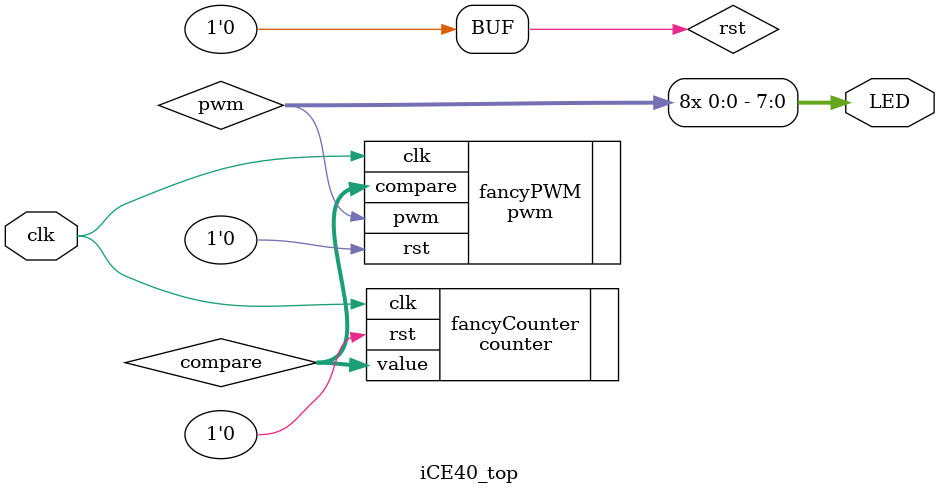
<source format=v>
module iCE40_top(
    // 12MHz clock input
    input clk,
    // Input from buttons (active low)
//    input [3:0]sw_n,
    // Outputs to the 8 onboard LEDs
    output[7:0]LED,
    );

wire rst = 1'b0;//~sw_n[3]; // make reset active high



  assign LED = {8{pwm}};
   
  wire [7:0] compare;
  wire pwm;
   
  counter fancyCounter (
  .rst(rst),
  .clk(clk),
  .value(compare)
  );
   
  pwm #(.CTR_LEN(8)) fancyPWM (
    .rst(rst),
    .clk(clk),
    .compare(compare),
    .pwm(pwm)
  );
   


endmodule

</source>
